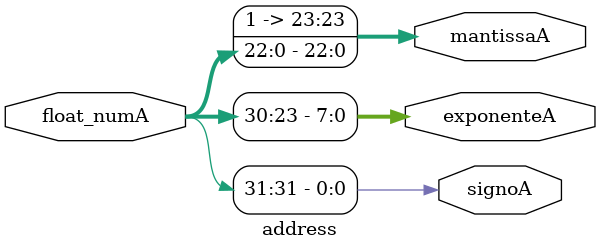
<source format=v>

module address (
    input  [31:0] float_numA,
    output signoA,
    output [7:0] exponenteA,
    output [23:0] mantissaA
);

assign signoA = float_numA[31];
assign exponenteA = float_numA[30:23];
assign mantissaA = { 1'b1, float_numA[22:0]}; // Se agrega un 1 al inicio para la normalización implícita (1.xxx)

endmodule 

</source>
